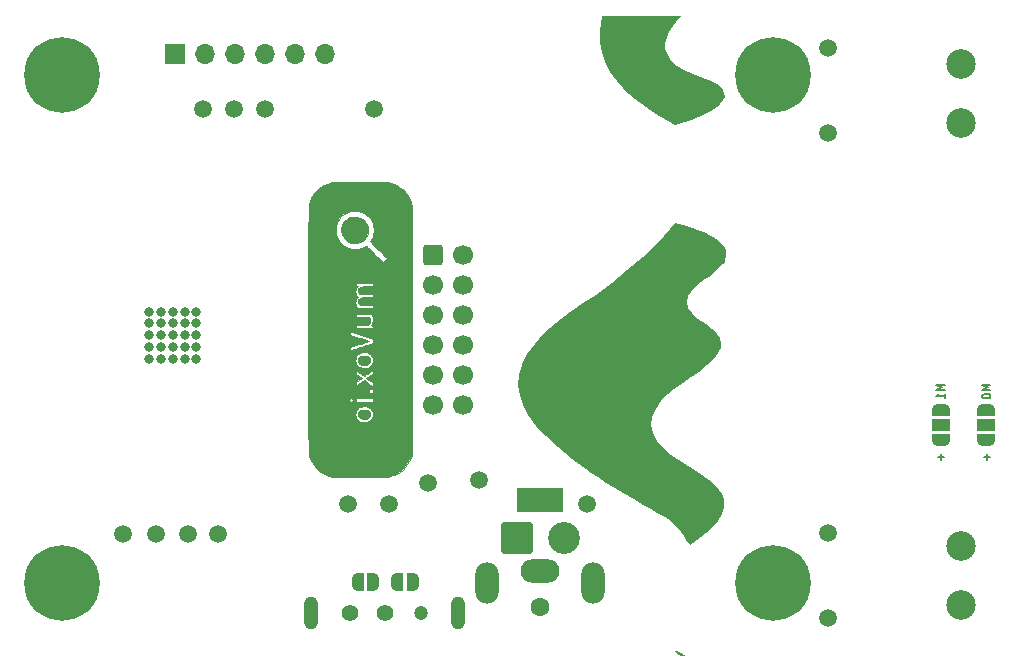
<source format=gbr>
G04 #@! TF.GenerationSoftware,KiCad,Pcbnew,(6.0.5-0)*
G04 #@! TF.CreationDate,2022-12-01T23:32:52+01:00*
G04 #@! TF.ProjectId,muVox,6d75566f-782e-46b6-9963-61645f706362,rc1*
G04 #@! TF.SameCoordinates,Original*
G04 #@! TF.FileFunction,Soldermask,Bot*
G04 #@! TF.FilePolarity,Negative*
%FSLAX46Y46*%
G04 Gerber Fmt 4.6, Leading zero omitted, Abs format (unit mm)*
G04 Created by KiCad (PCBNEW (6.0.5-0)) date 2022-12-01 23:32:52*
%MOMM*%
%LPD*%
G01*
G04 APERTURE LIST*
G04 Aperture macros list*
%AMRoundRect*
0 Rectangle with rounded corners*
0 $1 Rounding radius*
0 $2 $3 $4 $5 $6 $7 $8 $9 X,Y pos of 4 corners*
0 Add a 4 corners polygon primitive as box body*
4,1,4,$2,$3,$4,$5,$6,$7,$8,$9,$2,$3,0*
0 Add four circle primitives for the rounded corners*
1,1,$1+$1,$2,$3*
1,1,$1+$1,$4,$5*
1,1,$1+$1,$6,$7*
1,1,$1+$1,$8,$9*
0 Add four rect primitives between the rounded corners*
20,1,$1+$1,$2,$3,$4,$5,0*
20,1,$1+$1,$4,$5,$6,$7,0*
20,1,$1+$1,$6,$7,$8,$9,0*
20,1,$1+$1,$8,$9,$2,$3,0*%
%AMFreePoly0*
4,1,22,0.500000,-0.750000,0.000000,-0.750000,0.000000,-0.745033,-0.079941,-0.743568,-0.215256,-0.701293,-0.333266,-0.622738,-0.424486,-0.514219,-0.481581,-0.384460,-0.499164,-0.250000,-0.500000,-0.250000,-0.500000,0.250000,-0.499164,0.250000,-0.499963,0.256109,-0.478152,0.396186,-0.417904,0.524511,-0.324060,0.630769,-0.204165,0.706417,-0.067858,0.745374,0.000000,0.744959,0.000000,0.750000,
0.500000,0.750000,0.500000,-0.750000,0.500000,-0.750000,$1*%
%AMFreePoly1*
4,1,20,0.000000,0.744959,0.073905,0.744508,0.209726,0.703889,0.328688,0.626782,0.421226,0.519385,0.479903,0.390333,0.500000,0.250000,0.500000,-0.250000,0.499851,-0.262216,0.476331,-0.402017,0.414519,-0.529596,0.319384,-0.634700,0.198574,-0.708877,0.061801,-0.746166,0.000000,-0.745033,0.000000,-0.750000,-0.500000,-0.750000,-0.500000,0.750000,0.000000,0.750000,0.000000,0.744959,
0.000000,0.744959,$1*%
%AMFreePoly2*
4,1,22,0.550000,-0.750000,0.000000,-0.750000,0.000000,-0.745033,-0.079941,-0.743568,-0.215256,-0.701293,-0.333266,-0.622738,-0.424486,-0.514219,-0.481581,-0.384460,-0.499164,-0.250000,-0.500000,-0.250000,-0.500000,0.250000,-0.499164,0.250000,-0.499963,0.256109,-0.478152,0.396186,-0.417904,0.524511,-0.324060,0.630769,-0.204165,0.706417,-0.067858,0.745374,0.000000,0.744959,0.000000,0.750000,
0.550000,0.750000,0.550000,-0.750000,0.550000,-0.750000,$1*%
%AMFreePoly3*
4,1,20,0.000000,0.744959,0.073905,0.744508,0.209726,0.703889,0.328688,0.626782,0.421226,0.519385,0.479903,0.390333,0.500000,0.250000,0.500000,-0.250000,0.499851,-0.262216,0.476331,-0.402017,0.414519,-0.529596,0.319384,-0.634700,0.198574,-0.708877,0.061801,-0.746166,0.000000,-0.745033,0.000000,-0.750000,-0.550000,-0.750000,-0.550000,0.750000,0.000000,0.750000,0.000000,0.744959,
0.000000,0.744959,$1*%
G04 Aperture macros list end*
%ADD10C,0.175000*%
%ADD11C,0.010000*%
%ADD12C,1.600000*%
%ADD13R,4.000000X2.000000*%
%ADD14O,3.300000X2.000000*%
%ADD15O,2.000000X3.500000*%
%ADD16RoundRect,0.250000X-0.600000X-0.600000X0.600000X-0.600000X0.600000X0.600000X-0.600000X0.600000X0*%
%ADD17C,1.700000*%
%ADD18C,6.400000*%
%ADD19C,2.500000*%
%ADD20RoundRect,0.250001X-1.099999X-1.099999X1.099999X-1.099999X1.099999X1.099999X-1.099999X1.099999X0*%
%ADD21C,2.700000*%
%ADD22R,1.700000X1.700000*%
%ADD23O,1.700000X1.700000*%
%ADD24C,1.400000*%
%ADD25C,1.200000*%
%ADD26O,1.208000X2.800000*%
%ADD27C,0.800000*%
%ADD28C,1.500000*%
%ADD29FreePoly0,0.000000*%
%ADD30FreePoly1,0.000000*%
%ADD31FreePoly2,270.000000*%
%ADD32R,1.500000X1.000000*%
%ADD33FreePoly3,270.000000*%
%ADD34FreePoly2,90.000000*%
%ADD35FreePoly3,90.000000*%
%ADD36FreePoly0,180.000000*%
%ADD37FreePoly1,180.000000*%
G04 APERTURE END LIST*
D10*
X153491666Y-139008333D02*
X152791666Y-139008333D01*
X153291666Y-139241666D01*
X152791666Y-139475000D01*
X153491666Y-139475000D01*
X153491666Y-140175000D02*
X153491666Y-139775000D01*
X153491666Y-139975000D02*
X152791666Y-139975000D01*
X152891666Y-139908333D01*
X152958333Y-139841666D01*
X152991666Y-139775000D01*
X153175000Y-144883333D02*
X153175000Y-145416666D01*
X153441666Y-145150000D02*
X152908333Y-145150000D01*
X157100000Y-144883333D02*
X157100000Y-145416666D01*
X157366666Y-145150000D02*
X156833333Y-145150000D01*
X157366666Y-139008333D02*
X156666666Y-139008333D01*
X157166666Y-139241666D01*
X156666666Y-139475000D01*
X157366666Y-139475000D01*
X156666666Y-139941666D02*
X156666666Y-140008333D01*
X156700000Y-140075000D01*
X156733333Y-140108333D01*
X156800000Y-140141666D01*
X156933333Y-140175000D01*
X157100000Y-140175000D01*
X157233333Y-140141666D01*
X157300000Y-140108333D01*
X157333333Y-140075000D01*
X157366666Y-140008333D01*
X157366666Y-139941666D01*
X157333333Y-139875000D01*
X157300000Y-139841666D01*
X157233333Y-139808333D01*
X157100000Y-139775000D01*
X156933333Y-139775000D01*
X156800000Y-139808333D01*
X156733333Y-139841666D01*
X156700000Y-139875000D01*
X156666666Y-139941666D01*
G36*
X103961593Y-146830917D02*
G01*
X103678628Y-146830624D01*
X103400047Y-146829819D01*
X103237345Y-146829028D01*
X103129439Y-146828502D01*
X102870394Y-146826671D01*
X102626502Y-146824327D01*
X102401350Y-146821467D01*
X102198530Y-146818091D01*
X102021629Y-146814199D01*
X101874238Y-146809788D01*
X101759947Y-146804859D01*
X101682343Y-146799411D01*
X101655838Y-146796061D01*
X101342426Y-146720769D01*
X101047607Y-146608757D01*
X100773762Y-146462411D01*
X100523267Y-146284116D01*
X100298502Y-146076257D01*
X100101845Y-145841219D01*
X99935675Y-145581387D01*
X99802370Y-145299147D01*
X99704309Y-144996884D01*
X99661511Y-144796171D01*
X99658876Y-144778356D01*
X99656379Y-144755659D01*
X99654016Y-144726965D01*
X99651783Y-144691156D01*
X99649678Y-144647115D01*
X99647695Y-144593726D01*
X99645832Y-144529871D01*
X99644085Y-144454435D01*
X99642451Y-144366300D01*
X99640925Y-144264349D01*
X99639503Y-144147466D01*
X99638184Y-144014534D01*
X99636962Y-143864437D01*
X99635834Y-143696056D01*
X99634796Y-143508276D01*
X99633845Y-143299980D01*
X99632977Y-143070051D01*
X99632189Y-142817372D01*
X99631477Y-142540827D01*
X99630837Y-142239298D01*
X99630265Y-141911670D01*
X99629758Y-141556824D01*
X99629638Y-141453788D01*
X103610506Y-141453788D01*
X103612267Y-141609479D01*
X103636226Y-141737660D01*
X103685463Y-141848591D01*
X103758657Y-141947570D01*
X103874432Y-142051320D01*
X104013342Y-142123801D01*
X104180090Y-142167360D01*
X104207116Y-142171450D01*
X104388324Y-142180831D01*
X104559855Y-142159401D01*
X104716181Y-142109666D01*
X104851776Y-142034131D01*
X104961113Y-141935301D01*
X105038665Y-141815679D01*
X105049867Y-141789500D01*
X105089889Y-141637070D01*
X105098062Y-141474215D01*
X105074705Y-141315233D01*
X105036818Y-141207417D01*
X104953495Y-141075830D01*
X104839195Y-140969474D01*
X104698433Y-140890499D01*
X104535718Y-140841052D01*
X104355564Y-140823284D01*
X104241667Y-140828654D01*
X104061868Y-140861102D01*
X103913353Y-140920390D01*
X103793444Y-141008092D01*
X103699460Y-141125780D01*
X103681063Y-141157558D01*
X103648102Y-141225414D01*
X103627834Y-141290489D01*
X103627700Y-141290920D01*
X103616060Y-141370019D01*
X103610506Y-141453788D01*
X99629638Y-141453788D01*
X99629313Y-141173645D01*
X99628925Y-140761015D01*
X99628592Y-140317818D01*
X99628587Y-140309683D01*
X103072385Y-140309683D01*
X103087459Y-140378712D01*
X103108364Y-140412687D01*
X103165781Y-140447809D01*
X103237345Y-140454786D01*
X103305508Y-140433543D01*
X103331500Y-140413667D01*
X103364516Y-140354344D01*
X103372744Y-140279507D01*
X103355074Y-140208736D01*
X103344142Y-140190652D01*
X103300267Y-140161603D01*
X103289734Y-140159667D01*
X103627834Y-140159667D01*
X103627834Y-140434833D01*
X105067167Y-140434833D01*
X105067167Y-140159667D01*
X103627834Y-140159667D01*
X103289734Y-140159667D01*
X103235266Y-140149656D01*
X103166948Y-140155305D01*
X103158884Y-140158861D01*
X103113125Y-140179042D01*
X103107501Y-140184094D01*
X103079041Y-140238393D01*
X103072385Y-140309683D01*
X99628587Y-140309683D01*
X99628308Y-139842937D01*
X99628193Y-139596473D01*
X104747673Y-139596473D01*
X104752771Y-139618489D01*
X104773754Y-139675199D01*
X104804821Y-139707394D01*
X104858462Y-139724286D01*
X104904967Y-139730714D01*
X104970043Y-139733919D01*
X105013594Y-139721168D01*
X105054974Y-139686950D01*
X105098861Y-139615863D01*
X105108718Y-139533476D01*
X105083169Y-139454780D01*
X105077142Y-139445555D01*
X105054597Y-139427646D01*
X105025120Y-139404230D01*
X104950742Y-139383591D01*
X104870194Y-139386813D01*
X104833913Y-139397841D01*
X104777762Y-139442215D01*
X104747707Y-139511983D01*
X104747673Y-139596473D01*
X99628193Y-139596473D01*
X99628072Y-139335256D01*
X99627989Y-139103402D01*
X103627834Y-139103402D01*
X103823625Y-138967080D01*
X103971276Y-138864501D01*
X104088141Y-138783962D01*
X104178003Y-138723068D01*
X104244645Y-138679423D01*
X104291850Y-138650630D01*
X104323399Y-138634293D01*
X104343075Y-138628017D01*
X104354662Y-138629405D01*
X104355734Y-138630000D01*
X104381959Y-138647484D01*
X104435950Y-138684469D01*
X104510812Y-138736153D01*
X104599649Y-138797737D01*
X104695565Y-138864419D01*
X104791663Y-138931399D01*
X104881047Y-138993875D01*
X104956822Y-139047047D01*
X105012091Y-139086114D01*
X105039958Y-139106274D01*
X105040709Y-139106857D01*
X105054597Y-139108857D01*
X105062765Y-139083984D01*
X105066342Y-139026373D01*
X105066751Y-138971634D01*
X105066335Y-138815583D01*
X104792000Y-138635667D01*
X104697808Y-138573246D01*
X104617568Y-138518839D01*
X104557334Y-138476648D01*
X104523162Y-138450878D01*
X104517665Y-138445167D01*
X104534425Y-138430541D01*
X104580670Y-138397117D01*
X104650343Y-138349100D01*
X104737392Y-138290693D01*
X104792000Y-138254667D01*
X105066335Y-138074750D01*
X105067167Y-137765800D01*
X104966625Y-137834756D01*
X104911059Y-137873170D01*
X104830971Y-137928932D01*
X104736444Y-137995004D01*
X104637560Y-138064349D01*
X104622667Y-138074815D01*
X104532893Y-138137773D01*
X104454556Y-138192436D01*
X104394652Y-138233944D01*
X104360176Y-138257436D01*
X104355734Y-138260306D01*
X104347500Y-138261970D01*
X104344899Y-138262496D01*
X104326451Y-138257324D01*
X104296609Y-138242392D01*
X104251589Y-138215306D01*
X104187609Y-138173669D01*
X104100887Y-138115086D01*
X103987639Y-138037160D01*
X103844084Y-137937495D01*
X103823625Y-137923254D01*
X103627834Y-137786931D01*
X103628644Y-138095917D01*
X103882239Y-138262881D01*
X103972613Y-138323394D01*
X104048774Y-138376317D01*
X104104415Y-138417118D01*
X104133229Y-138441261D01*
X104135834Y-138445167D01*
X104119097Y-138461646D01*
X104073092Y-138496537D01*
X104004125Y-138545306D01*
X103918504Y-138603418D01*
X103882239Y-138627452D01*
X103628644Y-138794417D01*
X103628239Y-138948910D01*
X103627834Y-139103402D01*
X99627989Y-139103402D01*
X99627878Y-138793657D01*
X99627724Y-138217023D01*
X99627606Y-137604238D01*
X99627519Y-136954186D01*
X99627513Y-136881788D01*
X103611023Y-136881788D01*
X103611363Y-137033523D01*
X103631972Y-137156787D01*
X103676355Y-137261980D01*
X103748014Y-137359503D01*
X103785181Y-137398776D01*
X103888904Y-137487179D01*
X103999648Y-137547913D01*
X104126917Y-137584399D01*
X104280212Y-137600059D01*
X104347500Y-137601261D01*
X104520015Y-137591070D01*
X104665326Y-137558497D01*
X104793865Y-137500543D01*
X104868441Y-137451485D01*
X104964982Y-137355450D01*
X105036633Y-137232425D01*
X105081641Y-137090871D01*
X105098256Y-136939246D01*
X105084727Y-136786011D01*
X105039304Y-136639626D01*
X105037367Y-136635288D01*
X104956599Y-136505855D01*
X104844581Y-136400174D01*
X104706542Y-136320519D01*
X104547710Y-136269161D01*
X104373316Y-136248373D01*
X104188586Y-136260427D01*
X104178500Y-136262044D01*
X104002758Y-136306378D01*
X103860544Y-136376336D01*
X103750986Y-136472872D01*
X103673210Y-136596939D01*
X103626344Y-136749490D01*
X103611023Y-136881788D01*
X99627513Y-136881788D01*
X99627462Y-136265749D01*
X99627450Y-135996728D01*
X103141000Y-135996728D01*
X103142342Y-136073678D01*
X103147658Y-136116085D01*
X103158884Y-136131691D01*
X103174270Y-136129763D01*
X103200594Y-136120276D01*
X103262680Y-136098212D01*
X103356357Y-136065044D01*
X103477451Y-136022245D01*
X103621792Y-135971290D01*
X103785209Y-135913652D01*
X103963528Y-135850805D01*
X104110895Y-135798899D01*
X104297708Y-135733114D01*
X104472671Y-135671497D01*
X104631648Y-135615506D01*
X104770502Y-135566597D01*
X104885097Y-135526227D01*
X104971298Y-135495852D01*
X105024968Y-135476931D01*
X105041642Y-135471040D01*
X105056777Y-135450875D01*
X105063638Y-135400503D01*
X105062972Y-135314239D01*
X105062809Y-135310175D01*
X105056584Y-135159071D01*
X104104084Y-134823357D01*
X103913131Y-134756086D01*
X103734736Y-134693299D01*
X103627834Y-134655715D01*
X103572796Y-134636365D01*
X103431208Y-134586649D01*
X103313869Y-134545520D01*
X103224678Y-134514345D01*
X103167530Y-134494491D01*
X103146324Y-134487326D01*
X103146292Y-134487322D01*
X103143659Y-134506499D01*
X103141806Y-134557135D01*
X103141127Y-134628354D01*
X103141128Y-134629875D01*
X103141256Y-134772750D01*
X103876670Y-135020468D01*
X104047958Y-135077821D01*
X104209467Y-135131244D01*
X104356109Y-135179105D01*
X104482798Y-135219770D01*
X104584447Y-135251605D01*
X104655968Y-135272977D01*
X104691459Y-135282115D01*
X104744896Y-135297099D01*
X104769166Y-135314638D01*
X104760587Y-135328773D01*
X104723330Y-135333667D01*
X104693109Y-135340263D01*
X104627526Y-135359057D01*
X104531278Y-135388558D01*
X104409062Y-135427277D01*
X104265575Y-135473721D01*
X104105513Y-135526401D01*
X103933574Y-135583826D01*
X103908413Y-135592297D01*
X103141000Y-135850927D01*
X103141000Y-135996728D01*
X99627450Y-135996728D01*
X99627429Y-135537810D01*
X99627417Y-134769253D01*
X99627419Y-134340395D01*
X99627418Y-134233000D01*
X103627834Y-134233000D01*
X105067167Y-134233000D01*
X105067167Y-134021834D01*
X104982031Y-134008220D01*
X104914314Y-133992487D01*
X104887512Y-133972359D01*
X104900277Y-133945927D01*
X104924905Y-133927202D01*
X104995175Y-133857769D01*
X105048261Y-133758374D01*
X105082534Y-133638431D01*
X105096365Y-133507351D01*
X105088123Y-133374545D01*
X105056180Y-133249427D01*
X105046429Y-133225288D01*
X104984399Y-133131482D01*
X104891472Y-133054406D01*
X104794133Y-133008257D01*
X104745268Y-132999728D01*
X104656103Y-132992978D01*
X104560209Y-132989295D01*
X104528639Y-132988082D01*
X104364874Y-132985120D01*
X104175008Y-132984167D01*
X103627834Y-132984167D01*
X103627834Y-133259333D01*
X104136513Y-133259333D01*
X104312953Y-133259880D01*
X104452461Y-133262070D01*
X104560430Y-133266728D01*
X104642255Y-133274680D01*
X104703327Y-133286750D01*
X104749042Y-133303763D01*
X104784792Y-133326546D01*
X104815971Y-133355922D01*
X104823750Y-133364468D01*
X104846411Y-133398023D01*
X104859453Y-133443015D01*
X104865184Y-133510947D01*
X104866084Y-133575412D01*
X104864389Y-133662756D01*
X104857086Y-133721643D01*
X104840844Y-133765890D01*
X104812333Y-133809311D01*
X104808470Y-133814414D01*
X104771096Y-133857441D01*
X104728460Y-133891493D01*
X104675161Y-133917764D01*
X104605795Y-133937447D01*
X104514961Y-133951735D01*
X104397255Y-133961821D01*
X104247276Y-133968898D01*
X104088209Y-133973492D01*
X103627834Y-133984526D01*
X103627834Y-134233000D01*
X99627418Y-134233000D01*
X99627410Y-133545078D01*
X99627380Y-132790967D01*
X99627340Y-132076936D01*
X99627339Y-132053640D01*
X103607132Y-132053640D01*
X103620575Y-132205058D01*
X103662702Y-132325930D01*
X103734747Y-132417937D01*
X103837944Y-132482760D01*
X103947149Y-132516912D01*
X103999232Y-132523510D01*
X104086282Y-132529333D01*
X104200935Y-132534108D01*
X104335828Y-132537562D01*
X104483597Y-132539421D01*
X104560209Y-132539667D01*
X105067167Y-132539667D01*
X105067167Y-132264500D01*
X104577498Y-132264500D01*
X104396315Y-132263713D01*
X104252190Y-132260849D01*
X104139870Y-132255159D01*
X104054099Y-132245892D01*
X103989623Y-132232295D01*
X103941188Y-132213619D01*
X103903540Y-132189112D01*
X103877296Y-132164421D01*
X103850427Y-132128801D01*
X103835638Y-132085455D01*
X103829650Y-132021071D01*
X103828917Y-131968014D01*
X103837081Y-131857280D01*
X103865481Y-131775874D01*
X103919974Y-131713306D01*
X103999450Y-131662703D01*
X104029478Y-131648556D01*
X104062769Y-131637657D01*
X104105317Y-131629479D01*
X104163118Y-131623497D01*
X104242169Y-131619185D01*
X104348465Y-131616016D01*
X104488002Y-131613466D01*
X104575042Y-131612218D01*
X105067167Y-131605519D01*
X105067167Y-131333167D01*
X104558487Y-131333167D01*
X104381946Y-131332613D01*
X104242350Y-131330409D01*
X104134321Y-131325741D01*
X104052477Y-131317796D01*
X103991441Y-131305761D01*
X103945831Y-131288822D01*
X103910269Y-131266167D01*
X103879374Y-131236981D01*
X103872543Y-131229462D01*
X103839798Y-131165017D01*
X103823665Y-131063076D01*
X103823627Y-131062499D01*
X103829112Y-130944521D01*
X103865327Y-130852448D01*
X103935896Y-130779668D01*
X104000100Y-130740500D01*
X104034803Y-130723434D01*
X104068231Y-130710385D01*
X104106656Y-130700709D01*
X104156348Y-130693764D01*
X104223578Y-130688907D01*
X104314619Y-130685496D01*
X104435740Y-130682888D01*
X104584978Y-130680559D01*
X105067167Y-130673535D01*
X105067167Y-130401833D01*
X103627834Y-130401833D01*
X103627834Y-130629860D01*
X103723084Y-130644144D01*
X103779723Y-130654470D01*
X103813835Y-130664225D01*
X103818334Y-130667714D01*
X103804646Y-130686584D01*
X103769478Y-130725123D01*
X103738450Y-130756883D01*
X103669764Y-130845002D01*
X103627518Y-130949430D01*
X103608735Y-131078971D01*
X103607132Y-131145123D01*
X103623361Y-131291658D01*
X103671260Y-131410693D01*
X103751305Y-131503346D01*
X103763873Y-131513341D01*
X103841021Y-131572185D01*
X103766272Y-131640652D01*
X103684272Y-131736733D01*
X103632942Y-131849877D01*
X103609413Y-131987534D01*
X103607132Y-132053640D01*
X99627339Y-132053640D01*
X99627307Y-131401858D01*
X99627290Y-130764607D01*
X99627304Y-130164055D01*
X99627361Y-129599075D01*
X99627477Y-129068542D01*
X99627663Y-128571328D01*
X99627933Y-128106307D01*
X99628300Y-127672351D01*
X99628778Y-127268334D01*
X99629379Y-126893130D01*
X99630117Y-126545611D01*
X99631005Y-126224651D01*
X99632056Y-125929123D01*
X99632218Y-125893333D01*
X101925530Y-125893333D01*
X101929303Y-126062827D01*
X101944192Y-126205322D01*
X101973531Y-126335433D01*
X102020653Y-126467776D01*
X102088896Y-126616963D01*
X102092159Y-126623583D01*
X102224002Y-126847796D01*
X102382973Y-127040465D01*
X102570552Y-127202864D01*
X102788216Y-127336267D01*
X103037445Y-127441949D01*
X103044713Y-127444460D01*
X103123884Y-127470696D01*
X103189826Y-127488910D01*
X103253659Y-127500596D01*
X103326503Y-127507248D01*
X103419479Y-127510360D01*
X103543167Y-127511423D01*
X103747298Y-127506177D01*
X103919274Y-127487188D01*
X104067709Y-127452115D01*
X104201216Y-127398613D01*
X104328411Y-127324340D01*
X104388654Y-127281446D01*
X104438652Y-127247631D01*
X104476408Y-127228463D01*
X104484023Y-127226833D01*
X104503075Y-127241368D01*
X104548931Y-127283019D01*
X104618571Y-127348860D01*
X104708976Y-127435963D01*
X104817126Y-127541399D01*
X104940001Y-127662242D01*
X105074583Y-127795563D01*
X105215172Y-127935755D01*
X105923857Y-128644677D01*
X106098762Y-128470681D01*
X106167413Y-128401528D01*
X106223405Y-128343491D01*
X106260794Y-128302846D01*
X106273667Y-128286044D01*
X106259172Y-128269391D01*
X106217625Y-128225786D01*
X106151936Y-128158187D01*
X106065014Y-128069551D01*
X105959767Y-127962834D01*
X105839104Y-127840993D01*
X105705934Y-127706986D01*
X105563166Y-127563769D01*
X105561573Y-127562173D01*
X104849479Y-126848944D01*
X104913224Y-126768014D01*
X105009109Y-126624103D01*
X105078860Y-126466241D01*
X105124366Y-126287866D01*
X105147515Y-126082414D01*
X105151466Y-125939845D01*
X105142214Y-125722214D01*
X105112089Y-125530159D01*
X105058616Y-125351131D01*
X105014489Y-125245170D01*
X104884669Y-125009114D01*
X104725970Y-124803905D01*
X104539207Y-124630218D01*
X104325196Y-124488729D01*
X104084755Y-124380116D01*
X103902902Y-124324450D01*
X103739680Y-124296427D01*
X103554824Y-124286408D01*
X103364517Y-124293935D01*
X103184946Y-124318554D01*
X103066917Y-124348000D01*
X102824207Y-124445870D01*
X102602126Y-124578671D01*
X102404484Y-124743118D01*
X102235094Y-124935927D01*
X102097765Y-125153815D01*
X102071933Y-125205417D01*
X102009471Y-125349156D01*
X101966625Y-125483306D01*
X101940402Y-125621931D01*
X101927810Y-125779094D01*
X101925530Y-125893333D01*
X99632218Y-125893333D01*
X99633284Y-125657900D01*
X99634701Y-125409856D01*
X99636321Y-125183863D01*
X99638158Y-124978795D01*
X99640223Y-124793526D01*
X99642532Y-124626928D01*
X99645096Y-124477874D01*
X99647929Y-124345239D01*
X99651044Y-124227895D01*
X99654455Y-124124715D01*
X99658175Y-124034573D01*
X99662216Y-123956342D01*
X99666593Y-123888895D01*
X99671318Y-123831106D01*
X99676404Y-123781847D01*
X99681866Y-123739992D01*
X99687715Y-123704414D01*
X99693966Y-123673987D01*
X99700631Y-123647584D01*
X99707724Y-123624077D01*
X99715258Y-123602340D01*
X99723246Y-123581247D01*
X99731701Y-123559670D01*
X99740638Y-123536484D01*
X99750068Y-123510560D01*
X99754690Y-123497063D01*
X99873991Y-123206224D01*
X100028863Y-122935880D01*
X100216495Y-122688664D01*
X100434076Y-122467214D01*
X100678795Y-122274164D01*
X100947840Y-122112149D01*
X101238402Y-121983806D01*
X101437084Y-121919795D01*
X101648750Y-121861083D01*
X106390084Y-121861083D01*
X106565623Y-121907921D01*
X106844969Y-121996114D01*
X107094272Y-122105492D01*
X107322722Y-122241331D01*
X107539507Y-122408908D01*
X107701688Y-122560312D01*
X107889742Y-122765898D01*
X108044693Y-122976059D01*
X108171948Y-123200122D01*
X108276912Y-123447415D01*
X108352925Y-123683832D01*
X108400281Y-123850750D01*
X108404477Y-134275333D01*
X108404793Y-135068441D01*
X108405084Y-135820336D01*
X108405346Y-136532140D01*
X108405575Y-137204974D01*
X108405768Y-137839959D01*
X108405920Y-138438216D01*
X108406029Y-139000867D01*
X108406089Y-139529031D01*
X108406097Y-140023832D01*
X108406050Y-140486388D01*
X108405943Y-140917823D01*
X108405774Y-141319255D01*
X108405537Y-141691808D01*
X108405230Y-142036602D01*
X108404848Y-142354758D01*
X108404388Y-142647396D01*
X108403846Y-142915639D01*
X108403218Y-143160607D01*
X108402500Y-143383422D01*
X108401689Y-143585204D01*
X108400780Y-143767074D01*
X108399771Y-143930154D01*
X108398656Y-144075565D01*
X108397433Y-144204428D01*
X108396098Y-144317863D01*
X108394646Y-144416993D01*
X108393074Y-144502938D01*
X108391379Y-144576819D01*
X108389555Y-144639757D01*
X108387601Y-144692873D01*
X108385511Y-144737289D01*
X108383282Y-144774126D01*
X108380910Y-144804504D01*
X108378392Y-144829545D01*
X108375724Y-144850370D01*
X108372901Y-144868100D01*
X108369920Y-144883856D01*
X108368565Y-144890417D01*
X108282810Y-145198578D01*
X108160657Y-145487775D01*
X108004670Y-145755539D01*
X107817412Y-145999396D01*
X107601449Y-146216877D01*
X107359343Y-146405509D01*
X107093660Y-146562823D01*
X106806962Y-146686345D01*
X106501815Y-146773606D01*
X106392603Y-146794870D01*
X106336999Y-146800644D01*
X106242707Y-146805918D01*
X106113317Y-146810690D01*
X105952416Y-146814959D01*
X105923857Y-146815528D01*
X105763596Y-146818725D01*
X105550445Y-146821987D01*
X105316552Y-146824743D01*
X105065507Y-146826994D01*
X104800899Y-146828737D01*
X104526318Y-146829973D01*
X104388324Y-146830330D01*
X104245353Y-146830700D01*
X103961593Y-146830917D01*
G37*
D11*
X103961593Y-146830917D02*
X103678628Y-146830624D01*
X103400047Y-146829819D01*
X103237345Y-146829028D01*
X103129439Y-146828502D01*
X102870394Y-146826671D01*
X102626502Y-146824327D01*
X102401350Y-146821467D01*
X102198530Y-146818091D01*
X102021629Y-146814199D01*
X101874238Y-146809788D01*
X101759947Y-146804859D01*
X101682343Y-146799411D01*
X101655838Y-146796061D01*
X101342426Y-146720769D01*
X101047607Y-146608757D01*
X100773762Y-146462411D01*
X100523267Y-146284116D01*
X100298502Y-146076257D01*
X100101845Y-145841219D01*
X99935675Y-145581387D01*
X99802370Y-145299147D01*
X99704309Y-144996884D01*
X99661511Y-144796171D01*
X99658876Y-144778356D01*
X99656379Y-144755659D01*
X99654016Y-144726965D01*
X99651783Y-144691156D01*
X99649678Y-144647115D01*
X99647695Y-144593726D01*
X99645832Y-144529871D01*
X99644085Y-144454435D01*
X99642451Y-144366300D01*
X99640925Y-144264349D01*
X99639503Y-144147466D01*
X99638184Y-144014534D01*
X99636962Y-143864437D01*
X99635834Y-143696056D01*
X99634796Y-143508276D01*
X99633845Y-143299980D01*
X99632977Y-143070051D01*
X99632189Y-142817372D01*
X99631477Y-142540827D01*
X99630837Y-142239298D01*
X99630265Y-141911670D01*
X99629758Y-141556824D01*
X99629638Y-141453788D01*
X103610506Y-141453788D01*
X103612267Y-141609479D01*
X103636226Y-141737660D01*
X103685463Y-141848591D01*
X103758657Y-141947570D01*
X103874432Y-142051320D01*
X104013342Y-142123801D01*
X104180090Y-142167360D01*
X104207116Y-142171450D01*
X104388324Y-142180831D01*
X104559855Y-142159401D01*
X104716181Y-142109666D01*
X104851776Y-142034131D01*
X104961113Y-141935301D01*
X105038665Y-141815679D01*
X105049867Y-141789500D01*
X105089889Y-141637070D01*
X105098062Y-141474215D01*
X105074705Y-141315233D01*
X105036818Y-141207417D01*
X104953495Y-141075830D01*
X104839195Y-140969474D01*
X104698433Y-140890499D01*
X104535718Y-140841052D01*
X104355564Y-140823284D01*
X104241667Y-140828654D01*
X104061868Y-140861102D01*
X103913353Y-140920390D01*
X103793444Y-141008092D01*
X103699460Y-141125780D01*
X103681063Y-141157558D01*
X103648102Y-141225414D01*
X103627834Y-141290489D01*
X103627700Y-141290920D01*
X103616060Y-141370019D01*
X103610506Y-141453788D01*
X99629638Y-141453788D01*
X99629313Y-141173645D01*
X99628925Y-140761015D01*
X99628592Y-140317818D01*
X99628587Y-140309683D01*
X103072385Y-140309683D01*
X103087459Y-140378712D01*
X103108364Y-140412687D01*
X103165781Y-140447809D01*
X103237345Y-140454786D01*
X103305508Y-140433543D01*
X103331500Y-140413667D01*
X103364516Y-140354344D01*
X103372744Y-140279507D01*
X103355074Y-140208736D01*
X103344142Y-140190652D01*
X103300267Y-140161603D01*
X103289734Y-140159667D01*
X103627834Y-140159667D01*
X103627834Y-140434833D01*
X105067167Y-140434833D01*
X105067167Y-140159667D01*
X103627834Y-140159667D01*
X103289734Y-140159667D01*
X103235266Y-140149656D01*
X103166948Y-140155305D01*
X103158884Y-140158861D01*
X103113125Y-140179042D01*
X103107501Y-140184094D01*
X103079041Y-140238393D01*
X103072385Y-140309683D01*
X99628587Y-140309683D01*
X99628308Y-139842937D01*
X99628193Y-139596473D01*
X104747673Y-139596473D01*
X104752771Y-139618489D01*
X104773754Y-139675199D01*
X104804821Y-139707394D01*
X104858462Y-139724286D01*
X104904967Y-139730714D01*
X104970043Y-139733919D01*
X105013594Y-139721168D01*
X105054974Y-139686950D01*
X105098861Y-139615863D01*
X105108718Y-139533476D01*
X105083169Y-139454780D01*
X105077142Y-139445555D01*
X105054597Y-139427646D01*
X105025120Y-139404230D01*
X104950742Y-139383591D01*
X104870194Y-139386813D01*
X104833913Y-139397841D01*
X104777762Y-139442215D01*
X104747707Y-139511983D01*
X104747673Y-139596473D01*
X99628193Y-139596473D01*
X99628072Y-139335256D01*
X99627989Y-139103402D01*
X103627834Y-139103402D01*
X103823625Y-138967080D01*
X103971276Y-138864501D01*
X104088141Y-138783962D01*
X104178003Y-138723068D01*
X104244645Y-138679423D01*
X104291850Y-138650630D01*
X104323399Y-138634293D01*
X104343075Y-138628017D01*
X104354662Y-138629405D01*
X104355734Y-138630000D01*
X104381959Y-138647484D01*
X104435950Y-138684469D01*
X104510812Y-138736153D01*
X104599649Y-138797737D01*
X104695565Y-138864419D01*
X104791663Y-138931399D01*
X104881047Y-138993875D01*
X104956822Y-139047047D01*
X105012091Y-139086114D01*
X105039958Y-139106274D01*
X105040709Y-139106857D01*
X105054597Y-139108857D01*
X105062765Y-139083984D01*
X105066342Y-139026373D01*
X105066751Y-138971634D01*
X105066335Y-138815583D01*
X104792000Y-138635667D01*
X104697808Y-138573246D01*
X104617568Y-138518839D01*
X104557334Y-138476648D01*
X104523162Y-138450878D01*
X104517665Y-138445167D01*
X104534425Y-138430541D01*
X104580670Y-138397117D01*
X104650343Y-138349100D01*
X104737392Y-138290693D01*
X104792000Y-138254667D01*
X105066335Y-138074750D01*
X105067167Y-137765800D01*
X104966625Y-137834756D01*
X104911059Y-137873170D01*
X104830971Y-137928932D01*
X104736444Y-137995004D01*
X104637560Y-138064349D01*
X104622667Y-138074815D01*
X104532893Y-138137773D01*
X104454556Y-138192436D01*
X104394652Y-138233944D01*
X104360176Y-138257436D01*
X104355734Y-138260306D01*
X104347500Y-138261970D01*
X104344899Y-138262496D01*
X104326451Y-138257324D01*
X104296609Y-138242392D01*
X104251589Y-138215306D01*
X104187609Y-138173669D01*
X104100887Y-138115086D01*
X103987639Y-138037160D01*
X103844084Y-137937495D01*
X103823625Y-137923254D01*
X103627834Y-137786931D01*
X103628644Y-138095917D01*
X103882239Y-138262881D01*
X103972613Y-138323394D01*
X104048774Y-138376317D01*
X104104415Y-138417118D01*
X104133229Y-138441261D01*
X104135834Y-138445167D01*
X104119097Y-138461646D01*
X104073092Y-138496537D01*
X104004125Y-138545306D01*
X103918504Y-138603418D01*
X103882239Y-138627452D01*
X103628644Y-138794417D01*
X103628239Y-138948910D01*
X103627834Y-139103402D01*
X99627989Y-139103402D01*
X99627878Y-138793657D01*
X99627724Y-138217023D01*
X99627606Y-137604238D01*
X99627519Y-136954186D01*
X99627513Y-136881788D01*
X103611023Y-136881788D01*
X103611363Y-137033523D01*
X103631972Y-137156787D01*
X103676355Y-137261980D01*
X103748014Y-137359503D01*
X103785181Y-137398776D01*
X103888904Y-137487179D01*
X103999648Y-137547913D01*
X104126917Y-137584399D01*
X104280212Y-137600059D01*
X104347500Y-137601261D01*
X104520015Y-137591070D01*
X104665326Y-137558497D01*
X104793865Y-137500543D01*
X104868441Y-137451485D01*
X104964982Y-137355450D01*
X105036633Y-137232425D01*
X105081641Y-137090871D01*
X105098256Y-136939246D01*
X105084727Y-136786011D01*
X105039304Y-136639626D01*
X105037367Y-136635288D01*
X104956599Y-136505855D01*
X104844581Y-136400174D01*
X104706542Y-136320519D01*
X104547710Y-136269161D01*
X104373316Y-136248373D01*
X104188586Y-136260427D01*
X104178500Y-136262044D01*
X104002758Y-136306378D01*
X103860544Y-136376336D01*
X103750986Y-136472872D01*
X103673210Y-136596939D01*
X103626344Y-136749490D01*
X103611023Y-136881788D01*
X99627513Y-136881788D01*
X99627462Y-136265749D01*
X99627450Y-135996728D01*
X103141000Y-135996728D01*
X103142342Y-136073678D01*
X103147658Y-136116085D01*
X103158884Y-136131691D01*
X103174270Y-136129763D01*
X103200594Y-136120276D01*
X103262680Y-136098212D01*
X103356357Y-136065044D01*
X103477451Y-136022245D01*
X103621792Y-135971290D01*
X103785209Y-135913652D01*
X103963528Y-135850805D01*
X104110895Y-135798899D01*
X104297708Y-135733114D01*
X104472671Y-135671497D01*
X104631648Y-135615506D01*
X104770502Y-135566597D01*
X104885097Y-135526227D01*
X104971298Y-135495852D01*
X105024968Y-135476931D01*
X105041642Y-135471040D01*
X105056777Y-135450875D01*
X105063638Y-135400503D01*
X105062972Y-135314239D01*
X105062809Y-135310175D01*
X105056584Y-135159071D01*
X104104084Y-134823357D01*
X103913131Y-134756086D01*
X103734736Y-134693299D01*
X103627834Y-134655715D01*
X103572796Y-134636365D01*
X103431208Y-134586649D01*
X103313869Y-134545520D01*
X103224678Y-134514345D01*
X103167530Y-134494491D01*
X103146324Y-134487326D01*
X103146292Y-134487322D01*
X103143659Y-134506499D01*
X103141806Y-134557135D01*
X103141127Y-134628354D01*
X103141128Y-134629875D01*
X103141256Y-134772750D01*
X103876670Y-135020468D01*
X104047958Y-135077821D01*
X104209467Y-135131244D01*
X104356109Y-135179105D01*
X104482798Y-135219770D01*
X104584447Y-135251605D01*
X104655968Y-135272977D01*
X104691459Y-135282115D01*
X104744896Y-135297099D01*
X104769166Y-135314638D01*
X104760587Y-135328773D01*
X104723330Y-135333667D01*
X104693109Y-135340263D01*
X104627526Y-135359057D01*
X104531278Y-135388558D01*
X104409062Y-135427277D01*
X104265575Y-135473721D01*
X104105513Y-135526401D01*
X103933574Y-135583826D01*
X103908413Y-135592297D01*
X103141000Y-135850927D01*
X103141000Y-135996728D01*
X99627450Y-135996728D01*
X99627429Y-135537810D01*
X99627417Y-134769253D01*
X99627419Y-134340395D01*
X99627418Y-134233000D01*
X103627834Y-134233000D01*
X105067167Y-134233000D01*
X105067167Y-134021834D01*
X104982031Y-134008220D01*
X104914314Y-133992487D01*
X104887512Y-133972359D01*
X104900277Y-133945927D01*
X104924905Y-133927202D01*
X104995175Y-133857769D01*
X105048261Y-133758374D01*
X105082534Y-133638431D01*
X105096365Y-133507351D01*
X105088123Y-133374545D01*
X105056180Y-133249427D01*
X105046429Y-133225288D01*
X104984399Y-133131482D01*
X104891472Y-133054406D01*
X104794133Y-133008257D01*
X104745268Y-132999728D01*
X104656103Y-132992978D01*
X104560209Y-132989295D01*
X104528639Y-132988082D01*
X104364874Y-132985120D01*
X104175008Y-132984167D01*
X103627834Y-132984167D01*
X103627834Y-133259333D01*
X104136513Y-133259333D01*
X104312953Y-133259880D01*
X104452461Y-133262070D01*
X104560430Y-133266728D01*
X104642255Y-133274680D01*
X104703327Y-133286750D01*
X104749042Y-133303763D01*
X104784792Y-133326546D01*
X104815971Y-133355922D01*
X104823750Y-133364468D01*
X104846411Y-133398023D01*
X104859453Y-133443015D01*
X104865184Y-133510947D01*
X104866084Y-133575412D01*
X104864389Y-133662756D01*
X104857086Y-133721643D01*
X104840844Y-133765890D01*
X104812333Y-133809311D01*
X104808470Y-133814414D01*
X104771096Y-133857441D01*
X104728460Y-133891493D01*
X104675161Y-133917764D01*
X104605795Y-133937447D01*
X104514961Y-133951735D01*
X104397255Y-133961821D01*
X104247276Y-133968898D01*
X104088209Y-133973492D01*
X103627834Y-133984526D01*
X103627834Y-134233000D01*
X99627418Y-134233000D01*
X99627410Y-133545078D01*
X99627380Y-132790967D01*
X99627340Y-132076936D01*
X99627339Y-132053640D01*
X103607132Y-132053640D01*
X103620575Y-132205058D01*
X103662702Y-132325930D01*
X103734747Y-132417937D01*
X103837944Y-132482760D01*
X103947149Y-132516912D01*
X103999232Y-132523510D01*
X104086282Y-132529333D01*
X104200935Y-132534108D01*
X104335828Y-132537562D01*
X104483597Y-132539421D01*
X104560209Y-132539667D01*
X105067167Y-132539667D01*
X105067167Y-132264500D01*
X104577498Y-132264500D01*
X104396315Y-132263713D01*
X104252190Y-132260849D01*
X104139870Y-132255159D01*
X104054099Y-132245892D01*
X103989623Y-132232295D01*
X103941188Y-132213619D01*
X103903540Y-132189112D01*
X103877296Y-132164421D01*
X103850427Y-132128801D01*
X103835638Y-132085455D01*
X103829650Y-132021071D01*
X103828917Y-131968014D01*
X103837081Y-131857280D01*
X103865481Y-131775874D01*
X103919974Y-131713306D01*
X103999450Y-131662703D01*
X104029478Y-131648556D01*
X104062769Y-131637657D01*
X104105317Y-131629479D01*
X104163118Y-131623497D01*
X104242169Y-131619185D01*
X104348465Y-131616016D01*
X104488002Y-131613466D01*
X104575042Y-131612218D01*
X105067167Y-131605519D01*
X105067167Y-131333167D01*
X104558487Y-131333167D01*
X104381946Y-131332613D01*
X104242350Y-131330409D01*
X104134321Y-131325741D01*
X104052477Y-131317796D01*
X103991441Y-131305761D01*
X103945831Y-131288822D01*
X103910269Y-131266167D01*
X103879374Y-131236981D01*
X103872543Y-131229462D01*
X103839798Y-131165017D01*
X103823665Y-131063076D01*
X103823627Y-131062499D01*
X103829112Y-130944521D01*
X103865327Y-130852448D01*
X103935896Y-130779668D01*
X104000100Y-130740500D01*
X104034803Y-130723434D01*
X104068231Y-130710385D01*
X104106656Y-130700709D01*
X104156348Y-130693764D01*
X104223578Y-130688907D01*
X104314619Y-130685496D01*
X104435740Y-130682888D01*
X104584978Y-130680559D01*
X105067167Y-130673535D01*
X105067167Y-130401833D01*
X103627834Y-130401833D01*
X103627834Y-130629860D01*
X103723084Y-130644144D01*
X103779723Y-130654470D01*
X103813835Y-130664225D01*
X103818334Y-130667714D01*
X103804646Y-130686584D01*
X103769478Y-130725123D01*
X103738450Y-130756883D01*
X103669764Y-130845002D01*
X103627518Y-130949430D01*
X103608735Y-131078971D01*
X103607132Y-131145123D01*
X103623361Y-131291658D01*
X103671260Y-131410693D01*
X103751305Y-131503346D01*
X103763873Y-131513341D01*
X103841021Y-131572185D01*
X103766272Y-131640652D01*
X103684272Y-131736733D01*
X103632942Y-131849877D01*
X103609413Y-131987534D01*
X103607132Y-132053640D01*
X99627339Y-132053640D01*
X99627307Y-131401858D01*
X99627290Y-130764607D01*
X99627304Y-130164055D01*
X99627361Y-129599075D01*
X99627477Y-129068542D01*
X99627663Y-128571328D01*
X99627933Y-128106307D01*
X99628300Y-127672351D01*
X99628778Y-127268334D01*
X99629379Y-126893130D01*
X99630117Y-126545611D01*
X99631005Y-126224651D01*
X99632056Y-125929123D01*
X99632218Y-125893333D01*
X101925530Y-125893333D01*
X101929303Y-126062827D01*
X101944192Y-126205322D01*
X101973531Y-126335433D01*
X102020653Y-126467776D01*
X102088896Y-126616963D01*
X102092159Y-126623583D01*
X102224002Y-126847796D01*
X102382973Y-127040465D01*
X102570552Y-127202864D01*
X102788216Y-127336267D01*
X103037445Y-127441949D01*
X103044713Y-127444460D01*
X103123884Y-127470696D01*
X103189826Y-127488910D01*
X103253659Y-127500596D01*
X103326503Y-127507248D01*
X103419479Y-127510360D01*
X103543167Y-127511423D01*
X103747298Y-127506177D01*
X103919274Y-127487188D01*
X104067709Y-127452115D01*
X104201216Y-127398613D01*
X104328411Y-127324340D01*
X104388654Y-127281446D01*
X104438652Y-127247631D01*
X104476408Y-127228463D01*
X104484023Y-127226833D01*
X104503075Y-127241368D01*
X104548931Y-127283019D01*
X104618571Y-127348860D01*
X104708976Y-127435963D01*
X104817126Y-127541399D01*
X104940001Y-127662242D01*
X105074583Y-127795563D01*
X105215172Y-127935755D01*
X105923857Y-128644677D01*
X106098762Y-128470681D01*
X106167413Y-128401528D01*
X106223405Y-128343491D01*
X106260794Y-128302846D01*
X106273667Y-128286044D01*
X106259172Y-128269391D01*
X106217625Y-128225786D01*
X106151936Y-128158187D01*
X106065014Y-128069551D01*
X105959767Y-127962834D01*
X105839104Y-127840993D01*
X105705934Y-127706986D01*
X105563166Y-127563769D01*
X105561573Y-127562173D01*
X104849479Y-126848944D01*
X104913224Y-126768014D01*
X105009109Y-126624103D01*
X105078860Y-126466241D01*
X105124366Y-126287866D01*
X105147515Y-126082414D01*
X105151466Y-125939845D01*
X105142214Y-125722214D01*
X105112089Y-125530159D01*
X105058616Y-125351131D01*
X105014489Y-125245170D01*
X104884669Y-125009114D01*
X104725970Y-124803905D01*
X104539207Y-124630218D01*
X104325196Y-124488729D01*
X104084755Y-124380116D01*
X103902902Y-124324450D01*
X103739680Y-124296427D01*
X103554824Y-124286408D01*
X103364517Y-124293935D01*
X103184946Y-124318554D01*
X103066917Y-124348000D01*
X102824207Y-124445870D01*
X102602126Y-124578671D01*
X102404484Y-124743118D01*
X102235094Y-124935927D01*
X102097765Y-125153815D01*
X102071933Y-125205417D01*
X102009471Y-125349156D01*
X101966625Y-125483306D01*
X101940402Y-125621931D01*
X101927810Y-125779094D01*
X101925530Y-125893333D01*
X99632218Y-125893333D01*
X99633284Y-125657900D01*
X99634701Y-125409856D01*
X99636321Y-125183863D01*
X99638158Y-124978795D01*
X99640223Y-124793526D01*
X99642532Y-124626928D01*
X99645096Y-124477874D01*
X99647929Y-124345239D01*
X99651044Y-124227895D01*
X99654455Y-124124715D01*
X99658175Y-124034573D01*
X99662216Y-123956342D01*
X99666593Y-123888895D01*
X99671318Y-123831106D01*
X99676404Y-123781847D01*
X99681866Y-123739992D01*
X99687715Y-123704414D01*
X99693966Y-123673987D01*
X99700631Y-123647584D01*
X99707724Y-123624077D01*
X99715258Y-123602340D01*
X99723246Y-123581247D01*
X99731701Y-123559670D01*
X99740638Y-123536484D01*
X99750068Y-123510560D01*
X99754690Y-123497063D01*
X99873991Y-123206224D01*
X100028863Y-122935880D01*
X100216495Y-122688664D01*
X100434076Y-122467214D01*
X100678795Y-122274164D01*
X100947840Y-122112149D01*
X101238402Y-121983806D01*
X101437084Y-121919795D01*
X101648750Y-121861083D01*
X106390084Y-121861083D01*
X106565623Y-121907921D01*
X106844969Y-121996114D01*
X107094272Y-122105492D01*
X107322722Y-122241331D01*
X107539507Y-122408908D01*
X107701688Y-122560312D01*
X107889742Y-122765898D01*
X108044693Y-122976059D01*
X108171948Y-123200122D01*
X108276912Y-123447415D01*
X108352925Y-123683832D01*
X108400281Y-123850750D01*
X108404477Y-134275333D01*
X108404793Y-135068441D01*
X108405084Y-135820336D01*
X108405346Y-136532140D01*
X108405575Y-137204974D01*
X108405768Y-137839959D01*
X108405920Y-138438216D01*
X108406029Y-139000867D01*
X108406089Y-139529031D01*
X108406097Y-140023832D01*
X108406050Y-140486388D01*
X108405943Y-140917823D01*
X108405774Y-141319255D01*
X108405537Y-141691808D01*
X108405230Y-142036602D01*
X108404848Y-142354758D01*
X108404388Y-142647396D01*
X108403846Y-142915639D01*
X108403218Y-143160607D01*
X108402500Y-143383422D01*
X108401689Y-143585204D01*
X108400780Y-143767074D01*
X108399771Y-143930154D01*
X108398656Y-144075565D01*
X108397433Y-144204428D01*
X108396098Y-144317863D01*
X108394646Y-144416993D01*
X108393074Y-144502938D01*
X108391379Y-144576819D01*
X108389555Y-144639757D01*
X108387601Y-144692873D01*
X108385511Y-144737289D01*
X108383282Y-144774126D01*
X108380910Y-144804504D01*
X108378392Y-144829545D01*
X108375724Y-144850370D01*
X108372901Y-144868100D01*
X108369920Y-144883856D01*
X108368565Y-144890417D01*
X108282810Y-145198578D01*
X108160657Y-145487775D01*
X108004670Y-145755539D01*
X107817412Y-145999396D01*
X107601449Y-146216877D01*
X107359343Y-146405509D01*
X107093660Y-146562823D01*
X106806962Y-146686345D01*
X106501815Y-146773606D01*
X106392603Y-146794870D01*
X106336999Y-146800644D01*
X106242707Y-146805918D01*
X106113317Y-146810690D01*
X105952416Y-146814959D01*
X105923857Y-146815528D01*
X105763596Y-146818725D01*
X105550445Y-146821987D01*
X105316552Y-146824743D01*
X105065507Y-146826994D01*
X104800899Y-146828737D01*
X104526318Y-146829973D01*
X104388324Y-146830330D01*
X104245353Y-146830700D01*
X103961593Y-146830917D01*
G36*
X103700606Y-124779815D02*
G01*
X103782775Y-124791876D01*
X103973804Y-124852448D01*
X104152190Y-124949462D01*
X104312434Y-125077635D01*
X104449038Y-125231682D01*
X104556503Y-125406321D01*
X104629330Y-125596267D01*
X104632590Y-125608463D01*
X104651431Y-125715036D01*
X104660895Y-125843447D01*
X104660920Y-125977516D01*
X104651444Y-126101061D01*
X104634801Y-126189667D01*
X104557808Y-126393332D01*
X104448651Y-126573634D01*
X104311614Y-126728010D01*
X104150982Y-126853896D01*
X103971042Y-126948726D01*
X103776078Y-127009937D01*
X103570377Y-127034965D01*
X103358222Y-127021245D01*
X103273075Y-127004466D01*
X103074572Y-126936562D01*
X102892902Y-126832861D01*
X102732851Y-126698148D01*
X102599204Y-126537208D01*
X102496747Y-126354828D01*
X102432035Y-126163426D01*
X102403269Y-125953320D01*
X102414097Y-125745732D01*
X102461860Y-125545577D01*
X102543899Y-125357769D01*
X102657556Y-125187223D01*
X102800173Y-125038853D01*
X102969092Y-124917574D01*
X103152412Y-124831600D01*
X103269340Y-124800928D01*
X103410763Y-124781375D01*
X103560059Y-124773988D01*
X103700606Y-124779815D01*
G37*
X103700606Y-124779815D02*
X103782775Y-124791876D01*
X103973804Y-124852448D01*
X104152190Y-124949462D01*
X104312434Y-125077635D01*
X104449038Y-125231682D01*
X104556503Y-125406321D01*
X104629330Y-125596267D01*
X104632590Y-125608463D01*
X104651431Y-125715036D01*
X104660895Y-125843447D01*
X104660920Y-125977516D01*
X104651444Y-126101061D01*
X104634801Y-126189667D01*
X104557808Y-126393332D01*
X104448651Y-126573634D01*
X104311614Y-126728010D01*
X104150982Y-126853896D01*
X103971042Y-126948726D01*
X103776078Y-127009937D01*
X103570377Y-127034965D01*
X103358222Y-127021245D01*
X103273075Y-127004466D01*
X103074572Y-126936562D01*
X102892902Y-126832861D01*
X102732851Y-126698148D01*
X102599204Y-126537208D01*
X102496747Y-126354828D01*
X102432035Y-126163426D01*
X102403269Y-125953320D01*
X102414097Y-125745732D01*
X102461860Y-125545577D01*
X102543899Y-125357769D01*
X102657556Y-125187223D01*
X102800173Y-125038853D01*
X102969092Y-124917574D01*
X103152412Y-124831600D01*
X103269340Y-124800928D01*
X103410763Y-124781375D01*
X103560059Y-124773988D01*
X103700606Y-124779815D01*
G36*
X104481314Y-141116210D02*
G01*
X104576263Y-141127470D01*
X104606135Y-141134265D01*
X104702832Y-141178300D01*
X104787105Y-141247837D01*
X104844609Y-141330777D01*
X104847795Y-141338040D01*
X104868009Y-141418472D01*
X104874439Y-141516398D01*
X104866747Y-141610582D01*
X104852945Y-141662500D01*
X104795510Y-141757199D01*
X104707808Y-141826552D01*
X104588447Y-141871147D01*
X104436031Y-141891569D01*
X104308415Y-141891777D01*
X104202146Y-141885476D01*
X104125399Y-141875048D01*
X104065394Y-141857908D01*
X104009348Y-141831471D01*
X104008834Y-141831189D01*
X103919719Y-141760373D01*
X103857810Y-141666394D01*
X103824351Y-141558529D01*
X103820588Y-141446053D01*
X103847765Y-141338246D01*
X103907128Y-141244382D01*
X103927333Y-141224007D01*
X103980091Y-141187175D01*
X104049322Y-141152714D01*
X104070306Y-141144632D01*
X104147769Y-141127087D01*
X104252081Y-141116308D01*
X104368258Y-141112586D01*
X104481314Y-141116210D01*
G37*
X104481314Y-141116210D02*
X104576263Y-141127470D01*
X104606135Y-141134265D01*
X104702832Y-141178300D01*
X104787105Y-141247837D01*
X104844609Y-141330777D01*
X104847795Y-141338040D01*
X104868009Y-141418472D01*
X104874439Y-141516398D01*
X104866747Y-141610582D01*
X104852945Y-141662500D01*
X104795510Y-141757199D01*
X104707808Y-141826552D01*
X104588447Y-141871147D01*
X104436031Y-141891569D01*
X104308415Y-141891777D01*
X104202146Y-141885476D01*
X104125399Y-141875048D01*
X104065394Y-141857908D01*
X104009348Y-141831471D01*
X104008834Y-141831189D01*
X103919719Y-141760373D01*
X103857810Y-141666394D01*
X103824351Y-141558529D01*
X103820588Y-141446053D01*
X103847765Y-141338246D01*
X103907128Y-141244382D01*
X103927333Y-141224007D01*
X103980091Y-141187175D01*
X104049322Y-141152714D01*
X104070306Y-141144632D01*
X104147769Y-141127087D01*
X104252081Y-141116308D01*
X104368258Y-141112586D01*
X104481314Y-141116210D01*
G36*
X104421521Y-136538203D02*
G01*
X104530417Y-136547180D01*
X104595246Y-136559478D01*
X104698851Y-136604598D01*
X104786322Y-136674802D01*
X104845084Y-136759808D01*
X104847795Y-136766040D01*
X104869999Y-136856128D01*
X104874064Y-136962089D01*
X104860088Y-137062258D01*
X104846259Y-137103642D01*
X104784421Y-137193810D01*
X104688329Y-137260352D01*
X104559154Y-137302813D01*
X104398072Y-137320738D01*
X104288665Y-137319627D01*
X104141745Y-137303860D01*
X104028690Y-137270512D01*
X103943675Y-137216728D01*
X103880878Y-137139653D01*
X103865959Y-137112474D01*
X103824641Y-136990117D01*
X103821319Y-136870446D01*
X103853177Y-136760150D01*
X103917400Y-136665919D01*
X104011174Y-136594445D01*
X104098389Y-136560017D01*
X104188155Y-136544641D01*
X104301650Y-136537363D01*
X104421521Y-136538203D01*
G37*
X104421521Y-136538203D02*
X104530417Y-136547180D01*
X104595246Y-136559478D01*
X104698851Y-136604598D01*
X104786322Y-136674802D01*
X104845084Y-136759808D01*
X104847795Y-136766040D01*
X104869999Y-136856128D01*
X104874064Y-136962089D01*
X104860088Y-137062258D01*
X104846259Y-137103642D01*
X104784421Y-137193810D01*
X104688329Y-137260352D01*
X104559154Y-137302813D01*
X104398072Y-137320738D01*
X104288665Y-137319627D01*
X104141745Y-137303860D01*
X104028690Y-137270512D01*
X103943675Y-137216728D01*
X103880878Y-137139653D01*
X103865959Y-137112474D01*
X103824641Y-136990117D01*
X103821319Y-136870446D01*
X103853177Y-136760150D01*
X103917400Y-136665919D01*
X104011174Y-136594445D01*
X104098389Y-136560017D01*
X104188155Y-136544641D01*
X104301650Y-136537363D01*
X104421521Y-136538203D01*
G36*
X131662578Y-125593863D02*
G01*
X132348110Y-125799515D01*
X133162688Y-126113043D01*
X133852192Y-126462629D01*
X134397946Y-126836909D01*
X134781273Y-127224524D01*
X134983496Y-127614110D01*
X135014985Y-127883944D01*
X134979028Y-128206410D01*
X134977151Y-128213130D01*
X134919077Y-128429915D01*
X134895015Y-128536996D01*
X134878718Y-128579862D01*
X134745838Y-128747935D01*
X134508905Y-128992238D01*
X134203831Y-129279574D01*
X133866526Y-129576751D01*
X133532902Y-129850574D01*
X133238869Y-130067849D01*
X132903697Y-130308434D01*
X132387983Y-130745109D01*
X132007536Y-131163667D01*
X131788316Y-131537805D01*
X131698582Y-132021927D01*
X131802903Y-132503175D01*
X132104558Y-132976621D01*
X132604424Y-133443636D01*
X133303379Y-133905590D01*
X133439259Y-133990894D01*
X133807407Y-134271345D01*
X134122728Y-134570626D01*
X134219956Y-134684778D01*
X134468946Y-135083843D01*
X134570085Y-135487667D01*
X134517756Y-135905673D01*
X134306340Y-136347286D01*
X133930218Y-136821932D01*
X133383772Y-137339036D01*
X132661384Y-137908022D01*
X131757434Y-138538315D01*
X131696133Y-138579331D01*
X131100540Y-138995064D01*
X130552492Y-139407046D01*
X130093708Y-139782774D01*
X129765911Y-140089748D01*
X129494659Y-140395413D01*
X129020901Y-141086581D01*
X128746259Y-141769711D01*
X128670162Y-142442685D01*
X128792038Y-143103387D01*
X129111317Y-143749700D01*
X129627427Y-144379509D01*
X130339797Y-144990696D01*
X131247856Y-145581145D01*
X132177593Y-146133002D01*
X132954368Y-146633259D01*
X133575320Y-147084648D01*
X134055487Y-147500204D01*
X134409907Y-147892965D01*
X134653616Y-148275969D01*
X134801651Y-148662253D01*
X134829201Y-148780225D01*
X134847073Y-149351671D01*
X134672972Y-149931543D01*
X134304696Y-150524977D01*
X133740039Y-151137115D01*
X133697209Y-151177020D01*
X133299897Y-151526241D01*
X132873353Y-151872413D01*
X132502840Y-152146007D01*
X131908297Y-152551349D01*
X131726656Y-152309196D01*
X131605523Y-152136357D01*
X131407174Y-151834563D01*
X131195015Y-151497322D01*
X130980217Y-151185934D01*
X130681500Y-150857907D01*
X130299051Y-150542819D01*
X129798385Y-150212790D01*
X129145015Y-149839939D01*
X128617358Y-149545619D01*
X127945042Y-149157808D01*
X127198045Y-148716916D01*
X126411908Y-148244643D01*
X125622171Y-147762691D01*
X124864373Y-147292759D01*
X124174055Y-146856550D01*
X123586757Y-146475762D01*
X123138019Y-146172096D01*
X121937525Y-145294272D01*
X120737217Y-144321335D01*
X119726459Y-143382508D01*
X118902193Y-142472823D01*
X118261357Y-141587316D01*
X117800892Y-140721018D01*
X117517738Y-139868963D01*
X117408834Y-139026184D01*
X117471120Y-138187715D01*
X117701536Y-137348589D01*
X117725258Y-137286311D01*
X118153324Y-136428072D01*
X118774711Y-135551459D01*
X119584497Y-134661391D01*
X120577758Y-133762787D01*
X121749572Y-132860568D01*
X123095015Y-131959650D01*
X123951541Y-131395480D01*
X125290576Y-130420596D01*
X126641041Y-129334672D01*
X127955145Y-128178534D01*
X129185100Y-126993006D01*
X130283117Y-125818916D01*
X130706057Y-125338268D01*
X131662578Y-125593863D01*
G37*
G36*
X130685251Y-161519463D02*
G01*
X130873953Y-161586828D01*
X131146079Y-161709397D01*
X131193946Y-161732799D01*
X131429162Y-161860639D01*
X131496591Y-161934759D01*
X131412722Y-161971362D01*
X131255282Y-161944850D01*
X131035671Y-161850554D01*
X130818176Y-161723744D01*
X130663951Y-161600209D01*
X130634153Y-161515738D01*
X130685251Y-161519463D01*
G37*
G36*
X130746291Y-108332564D02*
G01*
X130533761Y-108604485D01*
X130184687Y-109130605D01*
X129962992Y-109616888D01*
X129843095Y-110113782D01*
X129831654Y-110196540D01*
X129819842Y-110496481D01*
X129881902Y-110776163D01*
X130035678Y-111129708D01*
X130345307Y-111600514D01*
X130796256Y-112009197D01*
X131406228Y-112365713D01*
X132195015Y-112684310D01*
X132231292Y-112696818D01*
X133061229Y-113002399D01*
X133711053Y-113285650D01*
X134197457Y-113555790D01*
X134537135Y-113822039D01*
X134746780Y-114093615D01*
X134853900Y-114338165D01*
X134878383Y-114638144D01*
X134746870Y-114932955D01*
X134447494Y-115269221D01*
X134225589Y-115457719D01*
X133704744Y-115802430D01*
X133049419Y-116148735D01*
X132299535Y-116476405D01*
X131495015Y-116765213D01*
X130645015Y-117037943D01*
X129445015Y-116311844D01*
X129338732Y-116247350D01*
X128522418Y-115735530D01*
X127843358Y-115273311D01*
X127261544Y-114830456D01*
X126736966Y-114376730D01*
X126229613Y-113881895D01*
X125717511Y-113319085D01*
X125127198Y-112518752D01*
X124707265Y-111713692D01*
X124443221Y-110874218D01*
X124320577Y-109970644D01*
X124308821Y-109534658D01*
X124331430Y-108942873D01*
X124393058Y-108439617D01*
X124517661Y-107776639D01*
X131197316Y-107776639D01*
X130746291Y-108332564D01*
G37*
D12*
X119260100Y-157789300D03*
D13*
X119260100Y-148789300D03*
D14*
X119260100Y-154789300D03*
D15*
X114760100Y-155789300D03*
X123760100Y-155789300D03*
D16*
X110187600Y-128004300D03*
D17*
X112727600Y-128004300D03*
X110187600Y-130544300D03*
X112727600Y-130544300D03*
X110187600Y-133084300D03*
X112727600Y-133084300D03*
X110187600Y-135624300D03*
X112727600Y-135624300D03*
X110187600Y-138164300D03*
X112727600Y-138164300D03*
X110187600Y-140704300D03*
X112727600Y-140704300D03*
D18*
X78770100Y-155779300D03*
D19*
X154840100Y-157629300D03*
X154840100Y-152629300D03*
D20*
X117270100Y-151954300D03*
D21*
X121230100Y-151954300D03*
D18*
X78770100Y-112759300D03*
D22*
X88290100Y-110979300D03*
D23*
X90830100Y-110979300D03*
X93370100Y-110979300D03*
X95910100Y-110979300D03*
X98450100Y-110979300D03*
X100990100Y-110979300D03*
D24*
X103120400Y-158362800D03*
X106120400Y-158362800D03*
D25*
X109120400Y-158362800D03*
D26*
X99820400Y-158362800D03*
X112320400Y-158362800D03*
D18*
X139000000Y-112759300D03*
D27*
X87140100Y-134810550D03*
X86140100Y-132810550D03*
X86140100Y-135810550D03*
X89140100Y-133810550D03*
X87140100Y-133810550D03*
X88140100Y-135810550D03*
X89140100Y-136810550D03*
X87140100Y-132810550D03*
X86140100Y-134810550D03*
X90140100Y-136810550D03*
X89140100Y-134810550D03*
X86140100Y-133810550D03*
X88140100Y-133810550D03*
X89140100Y-132810550D03*
X90140100Y-133810550D03*
X88140100Y-134810550D03*
X90140100Y-132810550D03*
X88140100Y-136810550D03*
X89140100Y-135810550D03*
X87140100Y-135810550D03*
X86140100Y-136810550D03*
X87140100Y-136810550D03*
X90140100Y-134810550D03*
X90140100Y-135810550D03*
X88140100Y-132810550D03*
D19*
X154890100Y-111829300D03*
X154890100Y-116829300D03*
D18*
X139000000Y-155779300D03*
D28*
X114046000Y-147066000D03*
X143600000Y-110500000D03*
D29*
X103796200Y-155727400D03*
D30*
X105096200Y-155727400D03*
D28*
X89448000Y-151638000D03*
X91948000Y-151638000D03*
X86698000Y-151638000D03*
X90740100Y-115679300D03*
X95940100Y-115679300D03*
X102969500Y-149098000D03*
X123190000Y-149098000D03*
X93340100Y-115679300D03*
X143600000Y-151600000D03*
D31*
X153197600Y-141129300D03*
D32*
X153197600Y-142429300D03*
D33*
X153197600Y-143729300D03*
D28*
X105140100Y-115679300D03*
D34*
X156982600Y-143729300D03*
D32*
X156982600Y-142429300D03*
D35*
X156982600Y-141129300D03*
D36*
X108446200Y-155727400D03*
D37*
X107146200Y-155727400D03*
D28*
X106426000Y-149098000D03*
X83948000Y-151638000D03*
X143600000Y-158800000D03*
X109728000Y-147320000D03*
X143600000Y-117700000D03*
M02*

</source>
